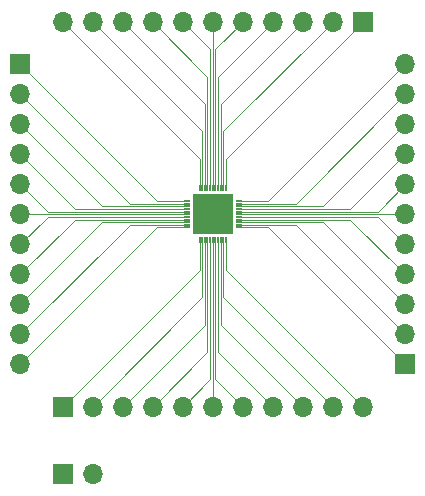
<source format=gbr>
%TF.GenerationSoftware,KiCad,Pcbnew,8.0.8*%
%TF.CreationDate,2025-02-12T12:16:00+09:00*%
%TF.ProjectId,OpenMPW-TR10,4f70656e-4d50-4572-9d54-5231302e6b69,rev?*%
%TF.SameCoordinates,Original*%
%TF.FileFunction,Copper,L1,Top*%
%TF.FilePolarity,Positive*%
%FSLAX46Y46*%
G04 Gerber Fmt 4.6, Leading zero omitted, Abs format (unit mm)*
G04 Created by KiCad (PCBNEW 8.0.8) date 2025-02-12 12:16:00*
%MOMM*%
%LPD*%
G01*
G04 APERTURE LIST*
%TA.AperFunction,SMDPad,CuDef*%
%ADD10O,0.101600X0.630000*%
%TD*%
%TA.AperFunction,SMDPad,CuDef*%
%ADD11O,0.630000X0.101600*%
%TD*%
%TA.AperFunction,SMDPad,CuDef*%
%ADD12R,3.500000X3.500000*%
%TD*%
%TA.AperFunction,ComponentPad*%
%ADD13R,1.700000X1.700000*%
%TD*%
%TA.AperFunction,ComponentPad*%
%ADD14O,1.700000X1.700000*%
%TD*%
%TA.AperFunction,ViaPad*%
%ADD15C,0.600000*%
%TD*%
%TA.AperFunction,Conductor*%
%ADD16C,0.101600*%
%TD*%
G04 APERTURE END LIST*
D10*
%TO.P,U1,1*%
%TO.N,Net-(J1-Pin_1)*%
X148892000Y-102185000D03*
%TO.P,U1,2*%
%TO.N,Net-(J1-Pin_2)*%
X149113600Y-102185000D03*
%TO.P,U1,3*%
%TO.N,Net-(J1-Pin_3)*%
X149335200Y-102185000D03*
%TO.P,U1,4*%
%TO.N,Net-(J1-Pin_4)*%
X149556800Y-102185000D03*
%TO.P,U1,5*%
%TO.N,Net-(J1-Pin_5)*%
X149778400Y-102185000D03*
%TO.P,U1,6*%
%TO.N,Net-(J1-Pin_6)*%
X150000000Y-102185000D03*
%TO.P,U1,7*%
%TO.N,Net-(J1-Pin_7)*%
X150221600Y-102185000D03*
%TO.P,U1,8*%
%TO.N,Net-(J1-Pin_8)*%
X150443200Y-102185000D03*
%TO.P,U1,9*%
%TO.N,Net-(J1-Pin_9)*%
X150664800Y-102185000D03*
%TO.P,U1,10*%
%TO.N,Net-(J1-Pin_10)*%
X150886400Y-102185000D03*
%TO.P,U1,11*%
%TO.N,Net-(J1-Pin_11)*%
X151108000Y-102185000D03*
D11*
%TO.P,U1,12*%
%TO.N,Net-(J2-Pin_1)*%
X152185000Y-101108000D03*
%TO.P,U1,13*%
%TO.N,Net-(J2-Pin_2)*%
X152185000Y-100886400D03*
%TO.P,U1,14*%
%TO.N,Net-(J2-Pin_3)*%
X152185000Y-100664800D03*
%TO.P,U1,15*%
%TO.N,Net-(J2-Pin_4)*%
X152185000Y-100443200D03*
%TO.P,U1,16*%
%TO.N,Net-(J2-Pin_5)*%
X152185000Y-100221600D03*
%TO.P,U1,17*%
%TO.N,Net-(J2-Pin_6)*%
X152185000Y-100000000D03*
%TO.P,U1,18*%
%TO.N,Net-(J2-Pin_7)*%
X152185000Y-99778400D03*
%TO.P,U1,19*%
%TO.N,Net-(J2-Pin_8)*%
X152185000Y-99556800D03*
%TO.P,U1,20*%
%TO.N,Net-(J2-Pin_9)*%
X152185000Y-99335200D03*
%TO.P,U1,21*%
%TO.N,Net-(J2-Pin_10)*%
X152185000Y-99113600D03*
%TO.P,U1,22*%
%TO.N,Net-(J2-Pin_11)*%
X152185000Y-98892000D03*
D10*
%TO.P,U1,23*%
%TO.N,Net-(J3-Pin_1)*%
X151108000Y-97815000D03*
%TO.P,U1,24*%
%TO.N,Net-(J3-Pin_2)*%
X150886400Y-97815000D03*
%TO.P,U1,25*%
%TO.N,Net-(J3-Pin_3)*%
X150664800Y-97815000D03*
%TO.P,U1,26*%
%TO.N,Net-(J3-Pin_4)*%
X150443200Y-97815000D03*
%TO.P,U1,27*%
%TO.N,Net-(J3-Pin_5)*%
X150221600Y-97815000D03*
%TO.P,U1,28*%
%TO.N,Net-(J3-Pin_6)*%
X150000000Y-97815000D03*
%TO.P,U1,29*%
%TO.N,Net-(J3-Pin_7)*%
X149778400Y-97815000D03*
%TO.P,U1,30*%
%TO.N,Net-(J3-Pin_8)*%
X149556800Y-97815000D03*
%TO.P,U1,31*%
%TO.N,Net-(J3-Pin_9)*%
X149335200Y-97815000D03*
%TO.P,U1,32*%
%TO.N,Net-(J3-Pin_10)*%
X149113600Y-97815000D03*
%TO.P,U1,33*%
%TO.N,Net-(J3-Pin_11)*%
X148892000Y-97815000D03*
D11*
%TO.P,U1,34*%
%TO.N,Net-(J4-Pin_1)*%
X147815000Y-98892000D03*
%TO.P,U1,35*%
%TO.N,Net-(J4-Pin_2)*%
X147815000Y-99113600D03*
%TO.P,U1,36*%
%TO.N,Net-(J4-Pin_3)*%
X147815000Y-99335200D03*
%TO.P,U1,37*%
%TO.N,Net-(J4-Pin_4)*%
X147815000Y-99556800D03*
%TO.P,U1,38*%
%TO.N,Net-(J4-Pin_5)*%
X147815000Y-99778400D03*
%TO.P,U1,39*%
%TO.N,Net-(J4-Pin_6)*%
X147815000Y-100000000D03*
%TO.P,U1,40*%
%TO.N,Net-(J4-Pin_7)*%
X147815000Y-100221600D03*
%TO.P,U1,41*%
%TO.N,Net-(J4-Pin_8)*%
X147815000Y-100443200D03*
%TO.P,U1,42*%
%TO.N,Net-(J4-Pin_9)*%
X147815000Y-100664800D03*
%TO.P,U1,43*%
%TO.N,Net-(J4-Pin_10)*%
X147815000Y-100886400D03*
%TO.P,U1,44*%
%TO.N,Net-(J4-Pin_11)*%
X147815000Y-101108000D03*
D12*
%TO.P,U1,45*%
%TO.N,Net-(J5-Pin_1)*%
X150000000Y-100000000D03*
%TD*%
D13*
%TO.P,J5,1,Pin_1*%
%TO.N,Net-(J5-Pin_1)*%
X137300000Y-122000000D03*
D14*
%TO.P,J5,2,Pin_2*%
X139840000Y-122000000D03*
%TD*%
D13*
%TO.P,J4,1,Pin_1*%
%TO.N,Net-(J4-Pin_1)*%
X133700000Y-87300000D03*
D14*
%TO.P,J4,2,Pin_2*%
%TO.N,Net-(J4-Pin_2)*%
X133700000Y-89840000D03*
%TO.P,J4,3,Pin_3*%
%TO.N,Net-(J4-Pin_3)*%
X133700000Y-92380000D03*
%TO.P,J4,4,Pin_4*%
%TO.N,Net-(J4-Pin_4)*%
X133700000Y-94920000D03*
%TO.P,J4,5,Pin_5*%
%TO.N,Net-(J4-Pin_5)*%
X133700000Y-97460000D03*
%TO.P,J4,6,Pin_6*%
%TO.N,Net-(J4-Pin_6)*%
X133700000Y-100000000D03*
%TO.P,J4,7,Pin_7*%
%TO.N,Net-(J4-Pin_7)*%
X133700000Y-102540000D03*
%TO.P,J4,8,Pin_8*%
%TO.N,Net-(J4-Pin_8)*%
X133700000Y-105080000D03*
%TO.P,J4,9,Pin_9*%
%TO.N,Net-(J4-Pin_9)*%
X133700000Y-107620000D03*
%TO.P,J4,10,Pin_10*%
%TO.N,Net-(J4-Pin_10)*%
X133700000Y-110160000D03*
%TO.P,J4,11,Pin_11*%
%TO.N,Net-(J4-Pin_11)*%
X133700000Y-112700000D03*
%TD*%
D13*
%TO.P,J2,1,Pin_1*%
%TO.N,Net-(J2-Pin_1)*%
X166300000Y-112700000D03*
D14*
%TO.P,J2,2,Pin_2*%
%TO.N,Net-(J2-Pin_2)*%
X166300000Y-110160000D03*
%TO.P,J2,3,Pin_3*%
%TO.N,Net-(J2-Pin_3)*%
X166300000Y-107620000D03*
%TO.P,J2,4,Pin_4*%
%TO.N,Net-(J2-Pin_4)*%
X166300000Y-105080000D03*
%TO.P,J2,5,Pin_5*%
%TO.N,Net-(J2-Pin_5)*%
X166300000Y-102540000D03*
%TO.P,J2,6,Pin_6*%
%TO.N,Net-(J2-Pin_6)*%
X166300000Y-100000000D03*
%TO.P,J2,7,Pin_7*%
%TO.N,Net-(J2-Pin_7)*%
X166300000Y-97460000D03*
%TO.P,J2,8,Pin_8*%
%TO.N,Net-(J2-Pin_8)*%
X166300000Y-94920000D03*
%TO.P,J2,9,Pin_9*%
%TO.N,Net-(J2-Pin_9)*%
X166300000Y-92380000D03*
%TO.P,J2,10,Pin_10*%
%TO.N,Net-(J2-Pin_10)*%
X166300000Y-89840000D03*
%TO.P,J2,11,Pin_11*%
%TO.N,Net-(J2-Pin_11)*%
X166300000Y-87300000D03*
%TD*%
D13*
%TO.P,J3,1,Pin_1*%
%TO.N,Net-(J3-Pin_1)*%
X162700000Y-83700000D03*
D14*
%TO.P,J3,2,Pin_2*%
%TO.N,Net-(J3-Pin_2)*%
X160160000Y-83700000D03*
%TO.P,J3,3,Pin_3*%
%TO.N,Net-(J3-Pin_3)*%
X157620000Y-83700000D03*
%TO.P,J3,4,Pin_4*%
%TO.N,Net-(J3-Pin_4)*%
X155080000Y-83700000D03*
%TO.P,J3,5,Pin_5*%
%TO.N,Net-(J3-Pin_5)*%
X152540000Y-83700000D03*
%TO.P,J3,6,Pin_6*%
%TO.N,Net-(J3-Pin_6)*%
X150000000Y-83700000D03*
%TO.P,J3,7,Pin_7*%
%TO.N,Net-(J3-Pin_7)*%
X147460000Y-83700000D03*
%TO.P,J3,8,Pin_8*%
%TO.N,Net-(J3-Pin_8)*%
X144920000Y-83700000D03*
%TO.P,J3,9,Pin_9*%
%TO.N,Net-(J3-Pin_9)*%
X142380000Y-83700000D03*
%TO.P,J3,10,Pin_10*%
%TO.N,Net-(J3-Pin_10)*%
X139840000Y-83700000D03*
%TO.P,J3,11,Pin_11*%
%TO.N,Net-(J3-Pin_11)*%
X137300000Y-83700000D03*
%TD*%
D13*
%TO.P,J1,1,Pin_1*%
%TO.N,Net-(J1-Pin_1)*%
X137300000Y-116300000D03*
D14*
%TO.P,J1,2,Pin_2*%
%TO.N,Net-(J1-Pin_2)*%
X139840000Y-116300000D03*
%TO.P,J1,3,Pin_3*%
%TO.N,Net-(J1-Pin_3)*%
X142380000Y-116300000D03*
%TO.P,J1,4,Pin_4*%
%TO.N,Net-(J1-Pin_4)*%
X144920000Y-116300000D03*
%TO.P,J1,5,Pin_5*%
%TO.N,Net-(J1-Pin_5)*%
X147460000Y-116300000D03*
%TO.P,J1,6,Pin_6*%
%TO.N,Net-(J1-Pin_6)*%
X150000000Y-116300000D03*
%TO.P,J1,7,Pin_7*%
%TO.N,Net-(J1-Pin_7)*%
X152540000Y-116300000D03*
%TO.P,J1,8,Pin_8*%
%TO.N,Net-(J1-Pin_8)*%
X155080000Y-116300000D03*
%TO.P,J1,9,Pin_9*%
%TO.N,Net-(J1-Pin_9)*%
X157620000Y-116300000D03*
%TO.P,J1,10,Pin_10*%
%TO.N,Net-(J1-Pin_10)*%
X160160000Y-116300000D03*
%TO.P,J1,11,Pin_11*%
%TO.N,Net-(J1-Pin_11)*%
X162700000Y-116300000D03*
%TD*%
D15*
%TO.N,Net-(J5-Pin_1)*%
X150000000Y-100000000D03*
%TD*%
D16*
%TO.N,Net-(J4-Pin_11)*%
X145292000Y-101108000D02*
X133700000Y-112700000D01*
X147815000Y-101108000D02*
X145292000Y-101108000D01*
%TO.N,Net-(J4-Pin_10)*%
X142973600Y-100886400D02*
X133700000Y-110160000D01*
X147815000Y-100886400D02*
X142973600Y-100886400D01*
%TO.N,Net-(J4-Pin_9)*%
X140655200Y-100664800D02*
X133700000Y-107620000D01*
X147815000Y-100664800D02*
X140655200Y-100664800D01*
%TO.N,Net-(J4-Pin_8)*%
X138336800Y-100443200D02*
X133700000Y-105080000D01*
X147815000Y-100443200D02*
X138336800Y-100443200D01*
%TO.N,Net-(J4-Pin_7)*%
X136018400Y-100221600D02*
X133700000Y-102540000D01*
X147815000Y-100221600D02*
X136018400Y-100221600D01*
%TO.N,Net-(J4-Pin_6)*%
X147815000Y-100000000D02*
X133700000Y-100000000D01*
%TO.N,Net-(J4-Pin_5)*%
X136018400Y-99778400D02*
X133700000Y-97460000D01*
X147815000Y-99778400D02*
X136018400Y-99778400D01*
%TO.N,Net-(J4-Pin_4)*%
X138336800Y-99556800D02*
X133700000Y-94920000D01*
X147815000Y-99556800D02*
X138336800Y-99556800D01*
%TO.N,Net-(J4-Pin_3)*%
X140655200Y-99335200D02*
X133700000Y-92380000D01*
X147815000Y-99335200D02*
X140655200Y-99335200D01*
%TO.N,Net-(J4-Pin_2)*%
X142973600Y-99113600D02*
X133700000Y-89840000D01*
X147815000Y-99113600D02*
X142973600Y-99113600D01*
%TO.N,Net-(J4-Pin_1)*%
X145292000Y-98892000D02*
X133700000Y-87300000D01*
X147815000Y-98892000D02*
X145292000Y-98892000D01*
%TO.N,Net-(J3-Pin_11)*%
X148892000Y-95292000D02*
X137300000Y-83700000D01*
X148892000Y-97815000D02*
X148892000Y-95292000D01*
%TO.N,Net-(J3-Pin_10)*%
X149113600Y-92973600D02*
X139840000Y-83700000D01*
X149113600Y-97815000D02*
X149113600Y-92973600D01*
%TO.N,Net-(J3-Pin_9)*%
X149335200Y-90655200D02*
X142380000Y-83700000D01*
X149335200Y-97815000D02*
X149335200Y-90655200D01*
%TO.N,Net-(J3-Pin_8)*%
X149556800Y-88336800D02*
X144920000Y-83700000D01*
X149556800Y-97815000D02*
X149556800Y-88336800D01*
%TO.N,Net-(J3-Pin_7)*%
X149778400Y-86018400D02*
X147460000Y-83700000D01*
X149778400Y-97815000D02*
X149778400Y-86018400D01*
%TO.N,Net-(J3-Pin_6)*%
X150000000Y-97815000D02*
X150000000Y-83700000D01*
%TO.N,Net-(J3-Pin_5)*%
X150221600Y-86018400D02*
X152540000Y-83700000D01*
X150221600Y-97815000D02*
X150221600Y-86018400D01*
%TO.N,Net-(J3-Pin_4)*%
X150443200Y-97815000D02*
X150443200Y-88336800D01*
X150443200Y-88336800D02*
X155080000Y-83700000D01*
%TO.N,Net-(J3-Pin_3)*%
X150664800Y-90655200D02*
X157620000Y-83700000D01*
X150664800Y-97815000D02*
X150664800Y-90655200D01*
%TO.N,Net-(J3-Pin_2)*%
X150886400Y-92973600D02*
X160160000Y-83700000D01*
X150886400Y-97815000D02*
X150886400Y-92973600D01*
%TO.N,Net-(J3-Pin_1)*%
X151108000Y-95292000D02*
X162700000Y-83700000D01*
X151108000Y-97815000D02*
X151108000Y-95292000D01*
%TO.N,Net-(J2-Pin_11)*%
X154708000Y-98892000D02*
X166300000Y-87300000D01*
X152185000Y-98892000D02*
X154708000Y-98892000D01*
%TO.N,Net-(J2-Pin_10)*%
X157026400Y-99113600D02*
X166300000Y-89840000D01*
X152185000Y-99113600D02*
X157026400Y-99113600D01*
%TO.N,Net-(J2-Pin_9)*%
X159344800Y-99335200D02*
X166300000Y-92380000D01*
X152185000Y-99335200D02*
X159344800Y-99335200D01*
%TO.N,Net-(J2-Pin_8)*%
X161663200Y-99556800D02*
X166300000Y-94920000D01*
X152185000Y-99556800D02*
X161663200Y-99556800D01*
%TO.N,Net-(J2-Pin_7)*%
X163981600Y-99778400D02*
X166300000Y-97460000D01*
X152185000Y-99778400D02*
X163981600Y-99778400D01*
%TO.N,Net-(J2-Pin_6)*%
X152185000Y-100000000D02*
X166300000Y-100000000D01*
%TO.N,Net-(J2-Pin_5)*%
X163981600Y-100221600D02*
X166300000Y-102540000D01*
X152185000Y-100221600D02*
X163981600Y-100221600D01*
%TO.N,Net-(J2-Pin_4)*%
X161663200Y-100443200D02*
X166300000Y-105080000D01*
X152185000Y-100443200D02*
X161663200Y-100443200D01*
%TO.N,Net-(J2-Pin_3)*%
X159344800Y-100664800D02*
X166300000Y-107620000D01*
X152185000Y-100664800D02*
X159344800Y-100664800D01*
%TO.N,Net-(J2-Pin_2)*%
X157026400Y-100886400D02*
X166300000Y-110160000D01*
X152185000Y-100886400D02*
X157026400Y-100886400D01*
%TO.N,Net-(J2-Pin_1)*%
X154708000Y-101108000D02*
X166300000Y-112700000D01*
X152185000Y-101108000D02*
X154708000Y-101108000D01*
%TO.N,Net-(J1-Pin_11)*%
X151108000Y-104708000D02*
X162700000Y-116300000D01*
X151108000Y-102185000D02*
X151108000Y-104708000D01*
%TO.N,Net-(J1-Pin_10)*%
X150886400Y-107026400D02*
X160160000Y-116300000D01*
X150886400Y-102185000D02*
X150886400Y-107026400D01*
%TO.N,Net-(J1-Pin_9)*%
X150664800Y-109344800D02*
X157620000Y-116300000D01*
X150664800Y-102185000D02*
X150664800Y-109344800D01*
%TO.N,Net-(J1-Pin_8)*%
X150443200Y-111663200D02*
X155080000Y-116300000D01*
X150443200Y-102185000D02*
X150443200Y-111663200D01*
%TO.N,Net-(J1-Pin_7)*%
X150221600Y-113981600D02*
X152540000Y-116300000D01*
X150221600Y-102185000D02*
X150221600Y-113981600D01*
%TO.N,Net-(J1-Pin_6)*%
X150000000Y-102185000D02*
X150000000Y-116300000D01*
%TO.N,Net-(J1-Pin_5)*%
X149778400Y-113981600D02*
X147460000Y-116300000D01*
X149778400Y-102185000D02*
X149778400Y-113981600D01*
%TO.N,Net-(J1-Pin_4)*%
X149556800Y-111663200D02*
X144920000Y-116300000D01*
X149556800Y-102185000D02*
X149556800Y-111663200D01*
%TO.N,Net-(J1-Pin_3)*%
X149335200Y-102185000D02*
X149335200Y-109344800D01*
X149335200Y-109344800D02*
X142380000Y-116300000D01*
%TO.N,Net-(J1-Pin_2)*%
X149113600Y-102185000D02*
X149113600Y-107026400D01*
X149113600Y-107026400D02*
X139840000Y-116300000D01*
%TO.N,Net-(J1-Pin_1)*%
X148892000Y-104708000D02*
X137300000Y-116300000D01*
X148892000Y-102185000D02*
X148892000Y-104708000D01*
%TD*%
M02*

</source>
